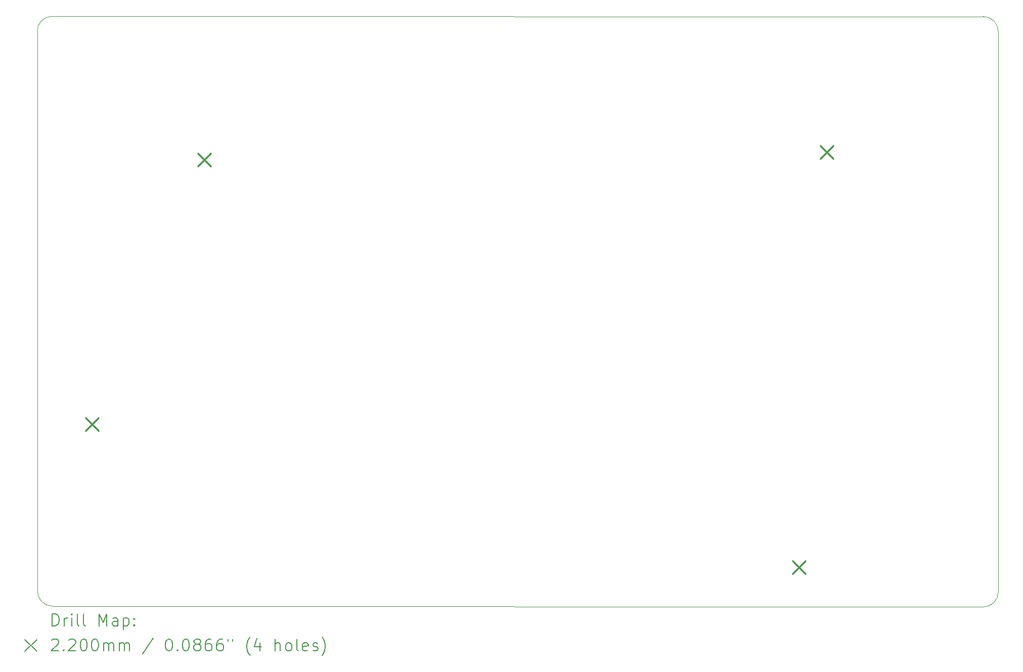
<source format=gbr>
%TF.GenerationSoftware,KiCad,Pcbnew,(6.0.7)*%
%TF.CreationDate,2022-09-07T21:36:39+00:00*%
%TF.ProjectId,zzsplit-bottom-left,7a7a7370-6c69-4742-9d62-6f74746f6d2d,rev?*%
%TF.SameCoordinates,Original*%
%TF.FileFunction,Drillmap*%
%TF.FilePolarity,Positive*%
%FSLAX45Y45*%
G04 Gerber Fmt 4.5, Leading zero omitted, Abs format (unit mm)*
G04 Created by KiCad (PCBNEW (6.0.7)) date 2022-09-07 21:36:39*
%MOMM*%
%LPD*%
G01*
G04 APERTURE LIST*
%ADD10C,0.100000*%
%ADD11C,0.200000*%
%ADD12C,0.220000*%
G04 APERTURE END LIST*
D10*
X21640872Y-4155160D02*
G75*
G03*
X21391873Y-3905160I-250002J0D01*
G01*
X5550873Y-4152160D02*
X5554873Y-13528160D01*
X5800873Y-3902160D02*
X21391873Y-3905160D01*
X21640875Y-4155160D02*
X21643873Y-13541160D01*
X21391865Y-13792158D02*
X5804873Y-13778160D01*
X5554870Y-13528160D02*
G75*
G03*
X5804873Y-13778160I250000J0D01*
G01*
X21391865Y-13792161D02*
G75*
G03*
X21643873Y-13541160I1005J251001D01*
G01*
X5800873Y-3902163D02*
G75*
G03*
X5550873Y-4152160I-3J-249997D01*
G01*
D11*
D12*
X6358873Y-10623160D02*
X6578873Y-10843160D01*
X6578873Y-10623160D02*
X6358873Y-10843160D01*
X8236873Y-6193160D02*
X8456873Y-6413160D01*
X8456873Y-6193160D02*
X8236873Y-6413160D01*
X18197873Y-13017160D02*
X18417873Y-13237160D01*
X18417873Y-13017160D02*
X18197873Y-13237160D01*
X18658873Y-6070160D02*
X18878873Y-6290160D01*
X18878873Y-6070160D02*
X18658873Y-6290160D01*
D11*
X5803492Y-14107639D02*
X5803492Y-13907639D01*
X5851111Y-13907639D01*
X5879682Y-13917163D01*
X5898730Y-13936210D01*
X5908254Y-13955258D01*
X5917778Y-13993353D01*
X5917778Y-14021925D01*
X5908254Y-14060020D01*
X5898730Y-14079068D01*
X5879682Y-14098115D01*
X5851111Y-14107639D01*
X5803492Y-14107639D01*
X6003492Y-14107639D02*
X6003492Y-13974306D01*
X6003492Y-14012401D02*
X6013016Y-13993353D01*
X6022539Y-13983829D01*
X6041587Y-13974306D01*
X6060635Y-13974306D01*
X6127301Y-14107639D02*
X6127301Y-13974306D01*
X6127301Y-13907639D02*
X6117778Y-13917163D01*
X6127301Y-13926687D01*
X6136825Y-13917163D01*
X6127301Y-13907639D01*
X6127301Y-13926687D01*
X6251111Y-14107639D02*
X6232063Y-14098115D01*
X6222539Y-14079068D01*
X6222539Y-13907639D01*
X6355873Y-14107639D02*
X6336825Y-14098115D01*
X6327301Y-14079068D01*
X6327301Y-13907639D01*
X6584444Y-14107639D02*
X6584444Y-13907639D01*
X6651111Y-14050496D01*
X6717778Y-13907639D01*
X6717778Y-14107639D01*
X6898730Y-14107639D02*
X6898730Y-14002877D01*
X6889206Y-13983829D01*
X6870159Y-13974306D01*
X6832063Y-13974306D01*
X6813016Y-13983829D01*
X6898730Y-14098115D02*
X6879682Y-14107639D01*
X6832063Y-14107639D01*
X6813016Y-14098115D01*
X6803492Y-14079068D01*
X6803492Y-14060020D01*
X6813016Y-14040972D01*
X6832063Y-14031449D01*
X6879682Y-14031449D01*
X6898730Y-14021925D01*
X6993968Y-13974306D02*
X6993968Y-14174306D01*
X6993968Y-13983829D02*
X7013016Y-13974306D01*
X7051111Y-13974306D01*
X7070159Y-13983829D01*
X7079682Y-13993353D01*
X7089206Y-14012401D01*
X7089206Y-14069544D01*
X7079682Y-14088591D01*
X7070159Y-14098115D01*
X7051111Y-14107639D01*
X7013016Y-14107639D01*
X6993968Y-14098115D01*
X7174920Y-14088591D02*
X7184444Y-14098115D01*
X7174920Y-14107639D01*
X7165397Y-14098115D01*
X7174920Y-14088591D01*
X7174920Y-14107639D01*
X7174920Y-13983829D02*
X7184444Y-13993353D01*
X7174920Y-14002877D01*
X7165397Y-13993353D01*
X7174920Y-13983829D01*
X7174920Y-14002877D01*
X5345873Y-14337163D02*
X5545873Y-14537163D01*
X5545873Y-14337163D02*
X5345873Y-14537163D01*
X5793968Y-14346687D02*
X5803492Y-14337163D01*
X5822539Y-14327639D01*
X5870159Y-14327639D01*
X5889206Y-14337163D01*
X5898730Y-14346687D01*
X5908254Y-14365734D01*
X5908254Y-14384782D01*
X5898730Y-14413353D01*
X5784444Y-14527639D01*
X5908254Y-14527639D01*
X5993968Y-14508591D02*
X6003492Y-14518115D01*
X5993968Y-14527639D01*
X5984444Y-14518115D01*
X5993968Y-14508591D01*
X5993968Y-14527639D01*
X6079682Y-14346687D02*
X6089206Y-14337163D01*
X6108254Y-14327639D01*
X6155873Y-14327639D01*
X6174920Y-14337163D01*
X6184444Y-14346687D01*
X6193968Y-14365734D01*
X6193968Y-14384782D01*
X6184444Y-14413353D01*
X6070159Y-14527639D01*
X6193968Y-14527639D01*
X6317778Y-14327639D02*
X6336825Y-14327639D01*
X6355873Y-14337163D01*
X6365397Y-14346687D01*
X6374920Y-14365734D01*
X6384444Y-14403829D01*
X6384444Y-14451449D01*
X6374920Y-14489544D01*
X6365397Y-14508591D01*
X6355873Y-14518115D01*
X6336825Y-14527639D01*
X6317778Y-14527639D01*
X6298730Y-14518115D01*
X6289206Y-14508591D01*
X6279682Y-14489544D01*
X6270159Y-14451449D01*
X6270159Y-14403829D01*
X6279682Y-14365734D01*
X6289206Y-14346687D01*
X6298730Y-14337163D01*
X6317778Y-14327639D01*
X6508254Y-14327639D02*
X6527301Y-14327639D01*
X6546349Y-14337163D01*
X6555873Y-14346687D01*
X6565397Y-14365734D01*
X6574920Y-14403829D01*
X6574920Y-14451449D01*
X6565397Y-14489544D01*
X6555873Y-14508591D01*
X6546349Y-14518115D01*
X6527301Y-14527639D01*
X6508254Y-14527639D01*
X6489206Y-14518115D01*
X6479682Y-14508591D01*
X6470159Y-14489544D01*
X6460635Y-14451449D01*
X6460635Y-14403829D01*
X6470159Y-14365734D01*
X6479682Y-14346687D01*
X6489206Y-14337163D01*
X6508254Y-14327639D01*
X6660635Y-14527639D02*
X6660635Y-14394306D01*
X6660635Y-14413353D02*
X6670159Y-14403829D01*
X6689206Y-14394306D01*
X6717778Y-14394306D01*
X6736825Y-14403829D01*
X6746349Y-14422877D01*
X6746349Y-14527639D01*
X6746349Y-14422877D02*
X6755873Y-14403829D01*
X6774920Y-14394306D01*
X6803492Y-14394306D01*
X6822539Y-14403829D01*
X6832063Y-14422877D01*
X6832063Y-14527639D01*
X6927301Y-14527639D02*
X6927301Y-14394306D01*
X6927301Y-14413353D02*
X6936825Y-14403829D01*
X6955873Y-14394306D01*
X6984444Y-14394306D01*
X7003492Y-14403829D01*
X7013016Y-14422877D01*
X7013016Y-14527639D01*
X7013016Y-14422877D02*
X7022539Y-14403829D01*
X7041587Y-14394306D01*
X7070159Y-14394306D01*
X7089206Y-14403829D01*
X7098730Y-14422877D01*
X7098730Y-14527639D01*
X7489206Y-14318115D02*
X7317778Y-14575258D01*
X7746349Y-14327639D02*
X7765397Y-14327639D01*
X7784444Y-14337163D01*
X7793968Y-14346687D01*
X7803492Y-14365734D01*
X7813016Y-14403829D01*
X7813016Y-14451449D01*
X7803492Y-14489544D01*
X7793968Y-14508591D01*
X7784444Y-14518115D01*
X7765397Y-14527639D01*
X7746349Y-14527639D01*
X7727301Y-14518115D01*
X7717778Y-14508591D01*
X7708254Y-14489544D01*
X7698730Y-14451449D01*
X7698730Y-14403829D01*
X7708254Y-14365734D01*
X7717778Y-14346687D01*
X7727301Y-14337163D01*
X7746349Y-14327639D01*
X7898730Y-14508591D02*
X7908254Y-14518115D01*
X7898730Y-14527639D01*
X7889206Y-14518115D01*
X7898730Y-14508591D01*
X7898730Y-14527639D01*
X8032063Y-14327639D02*
X8051111Y-14327639D01*
X8070159Y-14337163D01*
X8079682Y-14346687D01*
X8089206Y-14365734D01*
X8098730Y-14403829D01*
X8098730Y-14451449D01*
X8089206Y-14489544D01*
X8079682Y-14508591D01*
X8070159Y-14518115D01*
X8051111Y-14527639D01*
X8032063Y-14527639D01*
X8013016Y-14518115D01*
X8003492Y-14508591D01*
X7993968Y-14489544D01*
X7984444Y-14451449D01*
X7984444Y-14403829D01*
X7993968Y-14365734D01*
X8003492Y-14346687D01*
X8013016Y-14337163D01*
X8032063Y-14327639D01*
X8213016Y-14413353D02*
X8193968Y-14403829D01*
X8184444Y-14394306D01*
X8174920Y-14375258D01*
X8174920Y-14365734D01*
X8184444Y-14346687D01*
X8193968Y-14337163D01*
X8213016Y-14327639D01*
X8251111Y-14327639D01*
X8270159Y-14337163D01*
X8279682Y-14346687D01*
X8289206Y-14365734D01*
X8289206Y-14375258D01*
X8279682Y-14394306D01*
X8270159Y-14403829D01*
X8251111Y-14413353D01*
X8213016Y-14413353D01*
X8193968Y-14422877D01*
X8184444Y-14432401D01*
X8174920Y-14451449D01*
X8174920Y-14489544D01*
X8184444Y-14508591D01*
X8193968Y-14518115D01*
X8213016Y-14527639D01*
X8251111Y-14527639D01*
X8270159Y-14518115D01*
X8279682Y-14508591D01*
X8289206Y-14489544D01*
X8289206Y-14451449D01*
X8279682Y-14432401D01*
X8270159Y-14422877D01*
X8251111Y-14413353D01*
X8460635Y-14327639D02*
X8422540Y-14327639D01*
X8403492Y-14337163D01*
X8393968Y-14346687D01*
X8374920Y-14375258D01*
X8365397Y-14413353D01*
X8365397Y-14489544D01*
X8374920Y-14508591D01*
X8384444Y-14518115D01*
X8403492Y-14527639D01*
X8441587Y-14527639D01*
X8460635Y-14518115D01*
X8470159Y-14508591D01*
X8479682Y-14489544D01*
X8479682Y-14441925D01*
X8470159Y-14422877D01*
X8460635Y-14413353D01*
X8441587Y-14403829D01*
X8403492Y-14403829D01*
X8384444Y-14413353D01*
X8374920Y-14422877D01*
X8365397Y-14441925D01*
X8651111Y-14327639D02*
X8613016Y-14327639D01*
X8593968Y-14337163D01*
X8584444Y-14346687D01*
X8565397Y-14375258D01*
X8555873Y-14413353D01*
X8555873Y-14489544D01*
X8565397Y-14508591D01*
X8574921Y-14518115D01*
X8593968Y-14527639D01*
X8632063Y-14527639D01*
X8651111Y-14518115D01*
X8660635Y-14508591D01*
X8670159Y-14489544D01*
X8670159Y-14441925D01*
X8660635Y-14422877D01*
X8651111Y-14413353D01*
X8632063Y-14403829D01*
X8593968Y-14403829D01*
X8574921Y-14413353D01*
X8565397Y-14422877D01*
X8555873Y-14441925D01*
X8746349Y-14327639D02*
X8746349Y-14365734D01*
X8822540Y-14327639D02*
X8822540Y-14365734D01*
X9117778Y-14603829D02*
X9108254Y-14594306D01*
X9089206Y-14565734D01*
X9079682Y-14546687D01*
X9070159Y-14518115D01*
X9060635Y-14470496D01*
X9060635Y-14432401D01*
X9070159Y-14384782D01*
X9079682Y-14356210D01*
X9089206Y-14337163D01*
X9108254Y-14308591D01*
X9117778Y-14299068D01*
X9279682Y-14394306D02*
X9279682Y-14527639D01*
X9232063Y-14318115D02*
X9184444Y-14460972D01*
X9308254Y-14460972D01*
X9536825Y-14527639D02*
X9536825Y-14327639D01*
X9622540Y-14527639D02*
X9622540Y-14422877D01*
X9613016Y-14403829D01*
X9593968Y-14394306D01*
X9565397Y-14394306D01*
X9546349Y-14403829D01*
X9536825Y-14413353D01*
X9746349Y-14527639D02*
X9727301Y-14518115D01*
X9717778Y-14508591D01*
X9708254Y-14489544D01*
X9708254Y-14432401D01*
X9717778Y-14413353D01*
X9727301Y-14403829D01*
X9746349Y-14394306D01*
X9774921Y-14394306D01*
X9793968Y-14403829D01*
X9803492Y-14413353D01*
X9813016Y-14432401D01*
X9813016Y-14489544D01*
X9803492Y-14508591D01*
X9793968Y-14518115D01*
X9774921Y-14527639D01*
X9746349Y-14527639D01*
X9927301Y-14527639D02*
X9908254Y-14518115D01*
X9898730Y-14499068D01*
X9898730Y-14327639D01*
X10079682Y-14518115D02*
X10060635Y-14527639D01*
X10022540Y-14527639D01*
X10003492Y-14518115D01*
X9993968Y-14499068D01*
X9993968Y-14422877D01*
X10003492Y-14403829D01*
X10022540Y-14394306D01*
X10060635Y-14394306D01*
X10079682Y-14403829D01*
X10089206Y-14422877D01*
X10089206Y-14441925D01*
X9993968Y-14460972D01*
X10165397Y-14518115D02*
X10184444Y-14527639D01*
X10222540Y-14527639D01*
X10241587Y-14518115D01*
X10251111Y-14499068D01*
X10251111Y-14489544D01*
X10241587Y-14470496D01*
X10222540Y-14460972D01*
X10193968Y-14460972D01*
X10174921Y-14451449D01*
X10165397Y-14432401D01*
X10165397Y-14422877D01*
X10174921Y-14403829D01*
X10193968Y-14394306D01*
X10222540Y-14394306D01*
X10241587Y-14403829D01*
X10317778Y-14603829D02*
X10327301Y-14594306D01*
X10346349Y-14565734D01*
X10355873Y-14546687D01*
X10365397Y-14518115D01*
X10374921Y-14470496D01*
X10374921Y-14432401D01*
X10365397Y-14384782D01*
X10355873Y-14356210D01*
X10346349Y-14337163D01*
X10327301Y-14308591D01*
X10317778Y-14299068D01*
M02*

</source>
